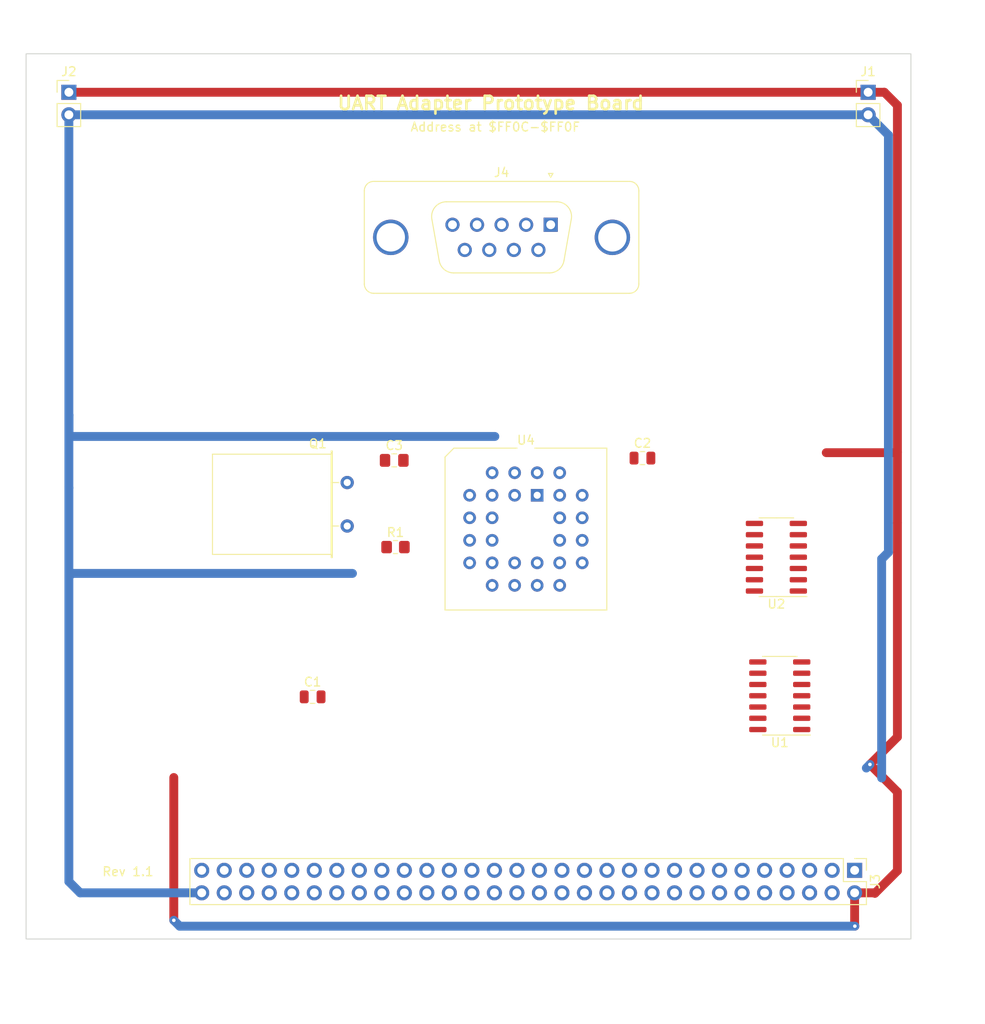
<source format=kicad_pcb>
(kicad_pcb (version 20221018) (generator pcbnew)
  (layers (0 "F.Cu" signal) (31 "B.Cu" signal) (34 "B.Paste" user) (35 "F.Paste" user) (36 "B.SilkS" user "B.Silkscreen") (37 "F.SilkS" user "F.Silkscreen") (38 "B.Mask" user) (39 "F.Mask" user) (44 "Edge.Cuts" user))
  (net 0 "")
  (net 1 "+5V")
  (net 2 "GND")
  (net 3 "XTLI")
  (net 5 "Clock24")
  (net 6 "Clock3")
  (net 8 "Clock6")
  (net 9 "~{E}")
  (net 10 "E")
  (net 11 "~{Q}")
  (net 12 "Q")
  (net 13 "D0")
  (net 14 "A0")
  (net 15 "D1")
  (net 16 "A1")
  (net 17 "D2")
  (net 18 "A2")
  (net 19 "D3")
  (net 20 "A3")
  (net 21 "D4")
  (net 22 "A4")
  (net 23 "D5")
  (net 24 "A5")
  (net 25 "D6")
  (net 26 "A6")
  (net 27 "D7")
  (net 28 "A7")
  (net 29 "MAPPED_MEM")
  (net 30 "A8")
  (net 31 "ROM{slash}~{RAM}")
  (net 32 "A9")
  (net 33 "Q1")
  (net 34 "A10")
  (net 35 "Q2")
  (net 36 "A11")
  (net 37 "Q3")
  (net 38 "A12")
  (net 39 "Q4")
  (net 40 "A13")
  (net 41 "Q5")
  (net 42 "A14")
  (net 43 "Q6")
  (net 44 "A15")
  (net 45 "Q7")
  (net 47 "Q8")
  (net 48 "~{RESET}")
  (net 49 "~{DMA}")
  (net 50 "~{NMI}")
  (net 51 "R{slash}~{W}")
  (net 52 "~{FIRQ}")
  (net 53 "~{HALT}")
  (net 54 "~{IRQ}")
  (net 56 "BA")
  (net 57 "MRDY")
  (net 58 "BS")
  (net 62 "~{DCD}")
  (net 63 "RxD")
  (net 64 "TxD")
  (net 65 "~{DTR}")
  (net 66 "~{DSR}")
  (net 67 "~{RTS}")
  (net 68 "~{CTS}")
  (net 70 "XTLO")
  (net 77 "Net-(U1-Pad10)")
  (net 78 "Net-(U1-Pad13)")
  (net 79 "Net-(U2-Pad12)")
  (net 80 "~{CS1}")
  (footprint "Package_SO:SO-14_3.9x8.65mm_P1.27mm" (layer "F.Cu") (at 176.592 101.473 180)
    (fp_text reference "U2" (at 0 -5.28) (layer "F.SilkS"))
    (fp_text value "74HC21")
    (fp_line (start 0 -4.435) (end -3.45 -4.435) (stroke (width 0.12)) (layer "F.SilkS"))
    (fp_line (start 0 -4.435) (end 1.95 -4.435) (stroke (width 0.12)) (layer "F.SilkS"))
    (fp_line (start 0 4.435) (end -1.95 4.435) (stroke (width 0.12)) (layer "F.SilkS"))
    (fp_line (start 0 4.435) (end 1.95 4.435) (stroke (width 0.12)) (layer "F.SilkS"))
    (pad "1" smd roundrect (at -2.475 -3.81 180) (size 1.95 0.6) (layers "F.Cu" "F.Paste" "F.Mask") (net 77 "Net-(U1-Pad10)"))
    (pad "2" smd roundrect (at -2.475 -2.54 180) (size 1.95 0.6) (layers "F.Cu" "F.Paste" "F.Mask") (net 1 "+5V"))
    (pad "3" smd roundrect (at -2.475 -1.27 180) (size 1.95 0.6) (layers "F.Cu" "F.Paste" "F.Mask"))
    (pad "4" smd roundrect (at -2.475 0 180) (size 1.95 0.6) (layers "F.Cu" "F.Paste" "F.Mask") (net 1 "+5V"))
    (pad "5" smd roundrect (at -2.475 1.27 180) (size 1.95 0.6) (layers "F.Cu" "F.Paste" "F.Mask") (net 78 "Net-(U1-Pad13)"))
    (pad "6" smd roundrect (at -2.475 2.54 180) (size 1.95 0.6) (layers "F.Cu" "F.Paste" "F.Mask") (net 79 "Net-(U2-Pad12)"))
    (pad "7" smd roundrect (at -2.475 3.81 180) (size 1.95 0.6) (layers "F.Cu" "F.Paste" "F.Mask") (net 2 "GND"))
    (pad "8" smd roundrect (at 2.475 3.81 180) (size 1.95 0.6) (layers "F.Cu" "F.Paste" "F.Mask") (net 80 "~{CS1}"))
    (pad "9" smd roundrect (at 2.475 2.54 180) (size 1.95 0.6) (layers "F.Cu" "F.Paste" "F.Mask") (net 18 "A2"))
    (pad "10" smd roundrect (at 2.475 1.27 180) (size 1.95 0.6) (layers "F.Cu" "F.Paste" "F.Mask") (net 20 "A3"))
    (pad "11" smd roundrect (at 2.475 0 180) (size 1.95 0.6) (layers "F.Cu" "F.Paste" "F.Mask"))
    (pad "12" smd roundrect (at 2.475 -1.27 180) (size 1.95 0.6) (layers "F.Cu" "F.Paste" "F.Mask") (net 79 "Net-(U2-Pad12)"))
    (pad "13" smd roundrect (at 2.475 -2.54 180) (size 1.95 0.6) (layers "F.Cu" "F.Paste" "F.Mask") (net 29 "MAPPED_MEM"))
    (pad "14" smd roundrect (at 2.475 -3.81 180) (size 1.95 0.6) (layers "F.Cu" "F.Paste" "F.Mask") (net 1 "+5V"))
  )
  (footprint "Package_LCC:PLCC-28_THT-Socket" (layer "F.Cu") (at 149.606 94.488)
    (fp_text reference "U4" (at -1.27 -6.215) (layer "F.SilkS"))
    (fp_text value "R65C51")
    (fp_line (start -10.395 -4.315) (end -10.395 12.935) (stroke (width 0.12)) (layer "F.SilkS"))
    (fp_line (start -10.395 12.935) (end 7.855 12.935) (stroke (width 0.12)) (layer "F.SilkS"))
    (fp_line (start -9.395 -5.315) (end -10.395 -4.315) (stroke (width 0.12)) (layer "F.SilkS"))
    (fp_line (start -2.27 -5.315) (end -9.395 -5.315) (stroke (width 0.12)) (layer "F.SilkS"))
    (fp_line (start 7.855 -5.315) (end -0.27 -5.315) (stroke (width 0.12)) (layer "F.SilkS"))
    (fp_line (start 7.855 12.935) (end 7.855 -5.315) (stroke (width 0.12)) (layer "F.SilkS"))
    (pad "1" thru_hole rect (at 0 0) (size 1.4224 1.4224) (drill 0.8) (layers "*.Cu" "*.Mask") (net 2 "GND"))
    (pad "2" thru_hole circle (at -2.54 -2.54) (size 1.4224 1.4224) (drill 0.8) (layers "*.Cu" "*.Mask") (net 1 "+5V"))
    (pad "3" thru_hole circle (at -2.54 0) (size 1.4224 1.4224) (drill 0.8) (layers "*.Cu" "*.Mask") (net 80 "~{CS1}"))
    (pad "4" thru_hole circle (at -5.08 -2.54) (size 1.4224 1.4224) (drill 0.8) (layers "*.Cu" "*.Mask") (net 48 "~{RESET}"))
    (pad "5" thru_hole circle (at -7.62 0) (size 1.4224 1.4224) (drill 0.8) (layers "*.Cu" "*.Mask"))
    (pad "6" thru_hole circle (at -5.08 0) (size 1.4224 1.4224) (drill 0.8) (layers "*.Cu" "*.Mask") (net 3 "XTLI"))
    (pad "7" thru_hole circle (at -7.62 2.54) (size 1.4224 1.4224) (drill 0.8) (layers "*.Cu" "*.Mask") (net 70 "XTLO"))
    (pad "8" thru_hole circle (at -5.08 2.54) (size 1.4224 1.4224) (drill 0.8) (layers "*.Cu" "*.Mask") (net 67 "~{RTS}"))
    (pad "9" thru_hole circle (at -7.62 5.08) (size 1.4224 1.4224) (drill 0.8) (layers "*.Cu" "*.Mask") (net 68 "~{CTS}"))
    (pad "10" thru_hole circle (at -5.08 5.08) (size 1.4224 1.4224) (drill 0.8) (layers "*.Cu" "*.Mask") (net 64 "TxD"))
    (pad "11" thru_hole circle (at -7.62 7.62) (size 1.4224 1.4224) (drill 0.8) (layers "*.Cu" "*.Mask") (net 65 "~{DTR}"))
    (pad "12" thru_hole circle (at -5.08 10.16) (size 1.4224 1.4224) (drill 0.8) (layers "*.Cu" "*.Mask") (net 63 "RxD"))
    (pad "13" thru_hole circle (at -5.08 7.62) (size 1.4224 1.4224) (drill 0.8) (layers "*.Cu" "*.Mask") (net 14 "A0"))
    (pad "14" thru_hole circle (at -2.54 10.16) (size 1.4224 1.4224) (drill 0.8) (layers "*.Cu" "*.Mask") (net 16 "A1"))
    (pad "15" thru_hole circle (at -2.54 7.62) (size 1.4224 1.4224) (drill 0.8) (layers "*.Cu" "*.Mask") (net 1 "+5V"))
    (pad "16" thru_hole circle (at 0 10.16) (size 1.4224 1.4224) (drill 0.8) (layers "*.Cu" "*.Mask") (net 62 "~{DCD}"))
    (pad "17" thru_hole circle (at 0 7.62) (size 1.4224 1.4224) (drill 0.8) (layers "*.Cu" "*.Mask") (net 66 "~{DSR}"))
    (pad "18" thru_hole circle (at 2.54 10.16) (size 1.4224 1.4224) (drill 0.8) (layers "*.Cu" "*.Mask") (net 13 "D0"))
    (pad "19" thru_hole circle (at 5.08 7.62) (size 1.4224 1.4224) (drill 0.8) (layers "*.Cu" "*.Mask") (net 15 "D1"))
    (pad "20" thru_hole circle (at 2.54 7.62) (size 1.4224 1.4224) (drill 0.8) (layers "*.Cu" "*.Mask") (net 17 "D2"))
    (pad "21" thru_hole circle (at 5.08 5.08) (size 1.4224 1.4224) (drill 0.8) (layers "*.Cu" "*.Mask") (net 19 "D3"))
    (pad "22" thru_hole circle (at 2.54 5.08) (size 1.4224 1.4224) (drill 0.8) (layers "*.Cu" "*.Mask") (net 21 "D4"))
    (pad "23" thru_hole circle (at 5.08 2.54) (size 1.4224 1.4224) (drill 0.8) (layers "*.Cu" "*.Mask") (net 23 "D5"))
    (pad "24" thru_hole circle (at 2.54 2.54) (size 1.4224 1.4224) (drill 0.8) (layers "*.Cu" "*.Mask") (net 25 "D6"))
    (pad "25" thru_hole circle (at 5.08 0) (size 1.4224 1.4224) (drill 0.8) (layers "*.Cu" "*.Mask") (net 27 "D7"))
    (pad "26" thru_hole circle (at 2.54 -2.54) (size 1.4224 1.4224) (drill 0.8) (layers "*.Cu" "*.Mask") (net 54 "~{IRQ}"))
    (pad "27" thru_hole circle (at 2.54 0) (size 1.4224 1.4224) (drill 0.8) (layers "*.Cu" "*.Mask") (net 10 "E"))
    (pad "28" thru_hole circle (at 0 -2.54) (size 1.4224 1.4224) (drill 0.8) (layers "*.Cu" "*.Mask") (net 51 "R{slash}~{W}"))
  )
  (footprint "Package_SO:SO-14_3.9x8.65mm_P1.27mm" (layer "F.Cu") (at 176.976 117.094 180)
    (fp_text reference "U1" (at 0 -5.28) (layer "F.SilkS"))
    (fp_text value "74HC02")
    (fp_line (start 0 -4.435) (end -3.45 -4.435) (stroke (width 0.12)) (layer "F.SilkS"))
    (fp_line (start 0 -4.435) (end 1.95 -4.435) (stroke (width 0.12)) (layer "F.SilkS"))
    (fp_line (start 0 4.435) (end -1.95 4.435) (stroke (width 0.12)) (layer "F.SilkS"))
    (fp_line (start 0 4.435) (end 1.95 4.435) (stroke (width 0.12)) (layer "F.SilkS"))
    (pad "1" smd roundrect (at -2.475 -3.81 180) (size 1.95 0.6) (layers "F.Cu" "F.Paste" "F.Mask"))
    (pad "2" smd roundrect (at -2.475 -2.54 180) (size 1.95 0.6) (layers "F.Cu" "F.Paste" "F.Mask"))
    (pad "3" smd roundrect (at -2.475 -1.27 180) (size 1.95 0.6) (layers "F.Cu" "F.Paste" "F.Mask"))
    (pad "4" smd roundrect (at -2.475 0 180) (size 1.95 0.6) (layers "F.Cu" "F.Paste" "F.Mask"))
    (pad "5" smd roundrect (at -2.475 1.27 180) (size 1.95 0.6) (layers "F.Cu" "F.Paste" "F.Mask"))
    (pad "6" smd roundrect (at -2.475 2.54 180) (size 1.95 0.6) (layers "F.Cu" "F.Paste" "F.Mask"))
    (pad "7" smd roundrect (at -2.475 3.81 180) (size 1.95 0.6) (layers "F.Cu" "F.Paste" "F.Mask") (net 2 "GND"))
    (pad "8" smd roundrect (at 2.475 3.81 180) (size 1.95 0.6) (layers "F.Cu" "F.Paste" "F.Mask") (net 22 "A4"))
    (pad "9" smd roundrect (at 2.475 2.54 180) (size 1.95 0.6) (layers "F.Cu" "F.Paste" "F.Mask") (net 24 "A5"))
    (pad "10" smd roundrect (at 2.475 1.27 180) (size 1.95 0.6) (layers "F.Cu" "F.Paste" "F.Mask") (net 77 "Net-(U1-Pad10)"))
    (pad "11" smd roundrect (at 2.475 0 180) (size 1.95 0.6) (layers "F.Cu" "F.Paste" "F.Mask") (net 26 "A6"))
    (pad "12" smd roundrect (at 2.475 -1.27 180) (size 1.95 0.6) (layers "F.Cu" "F.Paste" "F.Mask") (net 28 "A7"))
    (pad "13" smd roundrect (at 2.475 -2.54 180) (size 1.95 0.6) (layers "F.Cu" "F.Paste" "F.Mask") (net 78 "Net-(U1-Pad13)"))
    (pad "14" smd roundrect (at 2.475 -3.81 180) (size 1.95 0.6) (layers "F.Cu" "F.Paste" "F.Mask") (net 1 "+5V"))
  )
  (footprint "Connector_PinHeader_2.54mm:PinHeader_1x02_P2.54mm_Vertical" (layer "F.Cu") (at 186.944 49.0458)
    (fp_text reference "J1" (at 0 -2.33) (layer "F.SilkS"))
    (fp_text value "Conn_01x02_Male")
    (fp_line (start -1.33 -1.33) (end 0 -1.33) (stroke (width 0.12)) (layer "F.SilkS"))
    (fp_line (start -1.33 0) (end -1.33 -1.33) (stroke (width 0.12)) (layer "F.SilkS"))
    (fp_line (start -1.33 1.27) (end -1.33 3.87) (stroke (width 0.12)) (layer "F.SilkS"))
    (fp_line (start -1.33 1.27) (end 1.33 1.27) (stroke (width 0.12)) (layer "F.SilkS"))
    (fp_line (start -1.33 3.87) (end 1.33 3.87) (stroke (width 0.12)) (layer "F.SilkS"))
    (fp_line (start 1.33 1.27) (end 1.33 3.87) (stroke (width 0.12)) (layer "F.SilkS"))
    (pad "1" thru_hole rect (at 0 0) (size 1.7 1.7) (drill 1) (layers "*.Cu" "*.Mask") (net 1 "+5V"))
    (pad "2" thru_hole oval (at 0 2.54) (size 1.7 1.7) (drill 1) (layers "*.Cu" "*.Mask") (net 2 "GND"))
  )
  (footprint "Connector_PinHeader_2.54mm:PinHeader_1x02_P2.54mm_Vertical" (layer "F.Cu") (at 96.774 49.0458)
    (fp_text reference "J2" (at 0 -2.33) (layer "F.SilkS"))
    (fp_text value "Conn_01x02_Male")
    (fp_line (start -1.33 -1.33) (end 0 -1.33) (stroke (width 0.12)) (layer "F.SilkS"))
    (fp_line (start -1.33 0) (end -1.33 -1.33) (stroke (width 0.12)) (layer "F.SilkS"))
    (fp_line (start -1.33 1.27) (end -1.33 3.87) (stroke (width 0.12)) (layer "F.SilkS"))
    (fp_line (start -1.33 1.27) (end 1.33 1.27) (stroke (width 0.12)) (layer "F.SilkS"))
    (fp_line (start -1.33 3.87) (end 1.33 3.87) (stroke (width 0.12)) (layer "F.SilkS"))
    (fp_line (start 1.33 1.27) (end 1.33 3.87) (stroke (width 0.12)) (layer "F.SilkS"))
    (pad "1" thru_hole rect (at 0 0) (size 1.7 1.7) (drill 1) (layers "*.Cu" "*.Mask") (net 1 "+5V"))
    (pad "2" thru_hole oval (at 0 2.54) (size 1.7 1.7) (drill 1) (layers "*.Cu" "*.Mask") (net 2 "GND"))
  )
  (footprint "Connector_Dsub:DSUB-9_Female_Vertical_P2.77x2.84mm_MountingHoles" (layer "F.Cu") (at 151.13 63.985)
    (fp_text reference "J4" (at -5.54 -5.89) (layer "F.SilkS"))
    (fp_text value "DE9_Receptacle_MountingHoles")
    (fp_line (start -21.025 6.67) (end -21.025 -3.83) (stroke (width 0.12)) (layer "F.SilkS"))
    (fp_line (start -19.965 -4.89) (end 8.885 -4.89) (stroke (width 0.12)) (layer "F.SilkS"))
    (fp_line (start -13.40647 -0.641744) (end -12.577733 4.058256) (stroke (width 0.12)) (layer "F.SilkS"))
    (fp_line (start -11.771689 -2.59) (end 0.691689 -2.59) (stroke (width 0.12)) (layer "F.SilkS"))
    (fp_line (start -10.942952 5.43) (end -0.137048 5.43) (stroke (width 0.12)) (layer "F.SilkS"))
    (fp_line (start -0.25 -5.784338) (end 0.25 -5.784338) (stroke (width 0.12)) (layer "F.SilkS"))
    (fp_line (start 0 -5.351325) (end -0.25 -5.784338) (stroke (width 0.12)) (layer "F.SilkS"))
    (fp_line (start 0.25 -5.784338) (end 0 -5.351325) (stroke (width 0.12)) (layer "F.SilkS"))
    (fp_line (start 2.32647 -0.641744) (end 1.497733 4.058256) (stroke (width 0.12)) (layer "F.SilkS"))
    (fp_line (start 8.885 7.73) (end -19.965 7.73) (stroke (width 0.12)) (layer "F.SilkS"))
    (fp_line (start 9.945 -3.83) (end 9.945 6.67) (stroke (width 0.12)) (layer "F.SilkS"))
    (fp_arc (start -21.025 -3.83) (mid -20.714533 -4.579533) (end -19.965 -4.89) (stroke (width 0.12)) (layer "F.SilkS"))
    (fp_arc (start -19.965 7.73) (mid -20.714533 7.419533) (end -21.025 6.67) (stroke (width 0.12)) (layer "F.SilkS"))
    (fp_arc (start -13.40647 -0.641744) (mid -13.043323 -1.997028) (end -11.771689 -2.59) (stroke (width 0.12)) (layer "F.SilkS"))
    (fp_arc (start -10.942952 5.43) (mid -12.00998 5.041634) (end -12.577733 4.058256) (stroke (width 0.12)) (layer "F.SilkS"))
    (fp_arc (start 0.691689 -2.59) (mid 1.963324 -1.997028) (end 2.32647 -0.641744) (stroke (width 0.12)) (layer "F.SilkS"))
    (fp_arc (start 1.497733 4.058256) (mid 0.92998 5.041634) (end -0.137048 5.43) (stroke (width 0.12)) (layer "F.SilkS"))
    (fp_arc (start 8.885 -4.89) (mid 9.634533 -4.579533) (end 9.945 -3.83) (stroke (width 0.12)) (layer "F.SilkS"))
    (fp_arc (start 9.945 6.67) (mid 9.634533 7.419533) (end 8.885 7.73) (stroke (width 0.12)) (layer "F.SilkS"))
    (pad "0" thru_hole circle (at -18.04 1.42) (size 4 4) (drill 3.2) (layers "*.Cu" "*.Mask") (net 2 "GND"))
    (pad "0" thru_hole circle (at 6.96 1.42) (size 4 4) (drill 3.2) (layers "*.Cu" "*.Mask") (net 2 "GND"))
    (pad "1" thru_hole rect (at 0 0) (size 1.6 1.6) (drill 1) (layers "*.Cu" "*.Mask") (net 62 "~{DCD}"))
    (pad "2" thru_hole circle (at -2.77 0) (size 1.6 1.6) (drill 1) (layers "*.Cu" "*.Mask") (net 63 "RxD"))
    (pad "3" thru_hole circle (at -5.54 0) (size 1.6 1.6) (drill 1) (layers "*.Cu" "*.Mask") (net 64 "TxD"))
    (pad "4" thru_hole circle (at -8.31 0) (size 1.6 1.6) (drill 1) (layers "*.Cu" "*.Mask") (net 65 "~{DTR}"))
    (pad "5" thru_hole circle (at -11.08 0) (size 1.6 1.6) (drill 1) (layers "*.Cu" "*.Mask") (net 2 "GND"))
    (pad "6" thru_hole circle (at -1.385 2.84) (size 1.6 1.6) (drill 1) (layers "*.Cu" "*.Mask") (net 66 "~{DSR}"))
    (pad "7" thru_hole circle (at -4.155 2.84) (size 1.6 1.6) (drill 1) (layers "*.Cu" "*.Mask") (net 67 "~{RTS}"))
    (pad "8" thru_hole circle (at -6.925 2.84) (size 1.6 1.6) (drill 1) (layers "*.Cu" "*.Mask") (net 68 "~{CTS}"))
    (pad "9" thru_hole circle (at -9.695 2.84) (size 1.6 1.6) (drill 1) (layers "*.Cu" "*.Mask"))
  )
  (footprint "Resistor_SMD:R_0805_2012Metric_Pad1.20x1.40mm_HandSolder" (layer "F.Cu") (at 133.62 100.33)
    (fp_text reference "R1" (at 0 -1.65) (layer "F.SilkS"))
    (fp_text value "1M")
    (fp_line (start -0.227064 -0.735) (end 0.227064 -0.735) (stroke (width 0.12)) (layer "F.SilkS"))
    (fp_line (start -0.227064 0.735) (end 0.227064 0.735) (stroke (width 0.12)) (layer "F.SilkS"))
    (pad "1" smd roundrect (at -1 0) (size 1.2 1.4) (layers "F.Cu" "F.Paste" "F.Mask") (roundrect_rratio 0.208333) (net 70 "XTLO"))
    (pad "2" smd roundrect (at 1 0) (size 1.2 1.4) (layers "F.Cu" "F.Paste" "F.Mask") (roundrect_rratio 0.208333) (net 3 "XTLI"))
  )
  (footprint "Capacitor_SMD:C_0805_2012Metric" (layer "F.Cu") (at 161.483 90.297)
    (fp_text reference "C2" (at 0 -1.68) (layer "F.SilkS"))
    (fp_text value "1uF")
    (fp_line (start -0.261252 -0.735) (end 0.261252 -0.735) (stroke (width 0.12)) (layer "F.SilkS"))
    (fp_line (start -0.261252 0.735) (end 0.261252 0.735) (stroke (width 0.12)) (layer "F.SilkS"))
    (pad "1" smd roundrect (at -0.95 0) (size 1 1.45) (layers "F.Cu" "F.Paste" "F.Mask") (net 1 "+5V"))
    (pad "2" smd roundrect (at 0.95 0) (size 1 1.45) (layers "F.Cu" "F.Paste" "F.Mask") (net 2 "GND"))
  )
  (footprint "Capacitor_SMD:C_0805_2012Metric_Pad1.18x1.45mm_HandSolder" (layer "F.Cu") (at 133.477 90.551)
    (fp_text reference "C3" (at 0 -1.68) (layer "F.SilkS"))
    (fp_text value "30pF")
    (fp_line (start -0.261252 -0.735) (end 0.261252 -0.735) (stroke (width 0.12)) (layer "F.SilkS"))
    (fp_line (start -0.261252 0.735) (end 0.261252 0.735) (stroke (width 0.12)) (layer "F.SilkS"))
    (pad "1" smd roundrect (at -1.0375 0) (size 1.175 1.45) (layers "F.Cu" "F.Paste" "F.Mask") (roundrect_rratio 0.212766) (net 2 "GND"))
    (pad "2" smd roundrect (at 1.0375 0) (size 1.175 1.45) (layers "F.Cu" "F.Paste" "F.Mask") (roundrect_rratio 0.212766) (net 3 "XTLI"))
  )
  (footprint "Capacitor_SMD:C_0805_2012Metric" (layer "F.Cu") (at 124.272 117.221)
    (fp_text reference "C1" (at 0 -1.68) (layer "F.SilkS"))
    (fp_text value "1uF")
    (fp_line (start -0.261252 -0.735) (end 0.261252 -0.735) (stroke (width 0.12)) (layer "F.SilkS"))
    (fp_line (start -0.261252 0.735) (end 0.261252 0.735) (stroke (width 0.12)) (layer "F.SilkS"))
    (pad "1" smd roundrect (at -0.95 0) (size 1 1.45) (layers "F.Cu" "F.Paste" "F.Mask") (net 1 "+5V"))
    (pad "2" smd roundrect (at 0.95 0) (size 1 1.45) (layers "F.Cu" "F.Paste" "F.Mask") (net 2 "GND"))
  )
  (footprint "Connector_PinHeader_2.54mm:PinHeader_2x30_P2.54mm_Vertical" (layer "F.Cu") (at 185.42 136.7774 -90)
    (fp_text reference "J3" (at 1.27 -2.33 90) (layer "F.SilkS"))
    (fp_text value "Conn_02x30_Odd_Even")
    (fp_line (start -1.33 -1.33) (end 0 -1.33) (stroke (width 0.12)) (layer "F.SilkS"))
    (fp_line (start -1.33 0) (end -1.33 -1.33) (stroke (width 0.12)) (layer "F.SilkS"))
    (fp_line (start -1.33 1.27) (end -1.33 74.99) (stroke (width 0.12)) (layer "F.SilkS"))
    (fp_line (start -1.33 1.27) (end 1.27 1.27) (stroke (width 0.12)) (layer "F.SilkS"))
    (fp_line (start -1.33 74.99) (end 3.87 74.99) (stroke (width 0.12)) (layer "F.SilkS"))
    (fp_line (start 1.27 -1.33) (end 3.87 -1.33) (stroke (width 0.12)) (layer "F.SilkS"))
    (fp_line (start 1.27 1.27) (end 1.27 -1.33) (stroke (width 0.12)) (layer "F.SilkS"))
    (fp_line (start 3.87 -1.33) (end 3.87 74.99) (stroke (width 0.12)) (layer "F.SilkS"))
    (pad "1" thru_hole rect (at 0 0 270) (size 1.7 1.7) (drill 1) (layers "*.Cu" "*.Mask"))
    (pad "2" thru_hole oval (at 2.54 0 270) (size 1.7 1.7) (drill 1) (layers "*.Cu" "*.Mask") (net 1 "+5V"))
    (pad "3" thru_hole oval (at 0 2.54 270) (size 1.7 1.7) (drill 1) (layers "*.Cu" "*.Mask") (net 5 "Clock24"))
    (pad "4" thru_hole oval (at 2.54 2.54 270) (size 1.7 1.7) (drill 1) (layers "*.Cu" "*.Mask") (net 6 "Clock3"))
    (pad "5" thru_hole oval (at 0 5.08 270) (size 1.7 1.7) (drill 1) (layers "*.Cu" "*.Mask"))
    (pad "6" thru_hole oval (at 2.54 5.08 270) (size 1.7 1.7) (drill 1) (layers "*.Cu" "*.Mask") (net 8 "Clock6"))
    (pad "7" thru_hole oval (at 0 7.62 270) (size 1.7 1.7) (drill 1) (layers "*.Cu" "*.Mask") (net 9 "~{E}"))
    (pad "8" thru_hole oval (at 2.54 7.62 270) (size 1.7 1.7) (drill 1) (layers "*.Cu" "*.Mask") (net 10 "E"))
    (pad "9" thru_hole oval (at 0 10.16 270) (size 1.7 1.7) (drill 1) (layers "*.Cu" "*.Mask") (net 11 "~{Q}"))
    (pad "10" thru_hole oval (at 2.54 10.16 270) (size 1.7 1.7) (drill 1) (layers "*.Cu" "*.Mask") (net 12 "Q"))
    (pad "11" thru_hole oval (at 0 12.7 270) (size 1.7 1.7) (drill 1) (layers "*.Cu" "*.Mask") (net 13 "D0"))
    (pad "12" thru_hole oval (at 2.54 12.7 270) (size 1.7 1.7) (drill 1) (layers "*.Cu" "*.Mask") (net 14 "A0"))
    (pad "13" thru_hole oval (at 0 15.24 270) (size 1.7 1.7) (drill 1) (layers "*.Cu" "*.Mask") (net 15 "D1"))
    (pad "14" thru_hole oval (at 2.54 15.24 270) (size 1.7 1.7) (drill 1) (layers "*.Cu" "*.Mask") (net 16 "A1"))
    (pad "15" thru_hole oval (at 0 17.78 270) (size 1.7 1.7) (drill 1) (layers "*.Cu" "*.Mask") (net 17 "D2"))
    (pad "16" thru_hole oval (at 2.54 17.78 270) (size 1.7 1.7) (drill 1) (layers "*.Cu" "*.Mask") (net 18 "A2"))
    (pad "17" thru_hole oval (at 0 20.32 270) (size 1.7 1.7) (drill 1) (layers "*.Cu" "*.Mask") (net 19 "D3"))
    (pad "18" thru_hole oval (at 2.54 20.32 270) (size 1.7 1.7) (drill 1) (layers "*.Cu" "*.Mask") (net 20 "A3"))
    (pad "19" thru_hole oval (at 0 22.86 270) (size 1.7 1.7) (drill 1) (layers "*.Cu" "*.Mask") (net 21 "D4"))
    (pad "20" thru_hole oval (at 2.54 22.86 270) (size 1.7 1.7) (drill 1) (layers "*.Cu" "*.Mask") (net 22 "A4"))
    (pad "21" thru_hole oval (at 0 25.4 270) (size 1.7 1.7) (drill 1) (layers "*.Cu" "*.Mask") (net 23 "D5"))
    (pad "22" thru_hole oval (at 2.54 25.4 270) (size 1.7 1.7) (drill 1) (layers "*.Cu" "*.Mask") (net 24 "A5"))
    (pad "23" thru_hole oval (at 0 27.94 270) (size 1.7 1.7) (drill 1) (layers "*.Cu" "*.Mask") (net 25 "D6"))
    (pad "24" thru_hole oval (at 2.54 27.94 270) (size 1.7 1.7) (drill 1) (layers "*.Cu" "*.Mask") (net 26 "A6"))
    (pad "25" thru_hole oval (at 0 30.48 270) (size 1.7 1.7) (drill 1) (layers "*.Cu" "*.Mask") (net 27 "D7"))
    (pad "26" thru_hole oval (at 2.54 30.48 270) (size 1.7 1.7) (drill 1) (layers "*.Cu" "*.Mask") (net 28 "A7"))
    (pad "27" thru_hole oval (at 0 33.02 270) (size 1.7 1.7) (drill 1) (layers "*.Cu" "*.Mask") (net 29 "MAPPED_MEM"))
    (pad "28" thru_hole oval (at 2.54 33.02 270) (size 1.7 1.7) (drill 1) (layers "*.Cu" "*.Mask") (net 30 "A8"))
    (pad "29" thru_hole oval (at 0 35.56 270) (size 1.7 1.7) (drill 1) (layers "*.Cu" "*.Mask") (net 31 "ROM{slash}~{RAM}"))
    (pad "30" thru_hole oval (at 2.54 35.56 270) (size 1.7 1.7) (drill 1) (layers "*.Cu" "*.Mask") (net 32 "A9"))
    (pad "31" thru_hole oval (at 0 38.1 270) (size 1.7 1.7) (drill 1) (layers "*.Cu" "*.Mask") (net 33 "Q1"))
    (pad "32" thru_hole oval (at 2.54 38.1 270) (size 1.7 1.7) (drill 1) (layers "*.Cu" "*.Mask") (net 34 "A10"))
    (pad "33" thru_hole oval (at 0 40.64 270) (size 1.7 1.7) (drill 1) (layers "*.Cu" "*.Mask") (net 35 "Q2"))
    (pad "34" thru_hole oval (at 2.54 40.64 270) (size 1.7 1.7) (drill 1) (layers "*.Cu" "*.Mask") (net 36 "A11"))
    (pad "35" thru_hole oval (at 0 43.18 270) (size 1.7 1.7) (drill 1) (layers "*.Cu" "*.Mask") (net 37 "Q3"))
    (pad "36" thru_hole oval (at 2.54 43.18 270) (size 1.7 1.7) (drill 1) (layers "*.Cu" "*.Mask") (net 38 "A12"))
    (pad "37" thru_hole oval (at 0 45.72 270) (size 1.7 1.7) (drill 1) (layers "*.Cu" "*.Mask") (net 39 "Q4"))
    (pad "38" thru_hole oval (at 2.54 45.72 270) (size 1.7 1.7) (drill 1) (layers "*.Cu" "*.Mask") (net 40 "A13"))
    (pad "39" thru_hole oval (at 0 48.26 270) (size 1.7 1.7) (drill 1) (layers "*.Cu" "*.Mask") (net 41 "Q5"))
    (pad "40" thru_hole oval (at 2.54 48.26 270) (size 1.7 1.7) (drill 1) (layers "*.Cu" "*.Mask") (net 42 "A14"))
    (pad "41" thru_hole oval (at 0 50.8 270) (size 1.7 1.7) (drill 1) (layers "*.Cu" "*.Mask") (net 43 "Q6"))
    (pad "42" thru_hole oval (at 2.54 50.8 270) (size 1.7 1.7) (drill 1) (layers "*.Cu" "*.Mask") (net 44 "A15"))
    (pad "43" thru_hole oval (at 0 53.34 270) (size 1.7 1.7) (drill 1) (layers "*.Cu" "*.Mask") (net 45 "Q7"))
    (pad "44" thru_hole oval (at 2.54 53.34 270) (size 1.7 1.7) (drill 1) (layers "*.Cu" "*.Mask"))
    (pad "45" thru_hole oval (at 0 55.88 270) (size 1.7 1.7) (drill 1) (layers "*.Cu" "*.Mask") (net 47 "Q8"))
    (pad "46" thru_hole oval (at 2.54 55.88 270) (size 1.7 1.7) (drill 1) (layers "*.Cu" "*.Mask") (net 48 "~{RESET}"))
    (pad "47" thru_hole oval (at 0 58.42 270) (size 1.7 1.7) (drill 1) (layers "*.Cu" "*.Mask") (net 49 "~{DMA}"))
    (pad "48" thru_hole oval (at 2.54 58.42 270) (size 1.7 1.7) (drill 1) (layers "*.Cu" "*.Mask") (net 50 "~{NMI}"))
    (pad "49" thru_hole oval (at 0 60.96 270) (size 1.7 1.7) (drill 1) (layers "*.Cu" "*.Mask") (net 51 "R{slash}~{W}"))
    (pad "50" thru_hole oval (at 2.54 60.96 270) (size 1.7 1.7) (drill 1) (layers "*.Cu" "*.Mask") (net 52 "~{FIRQ}"))
    (pad "51" thru_hole oval (at 0 63.5 270) (size 1.7 1.7) (drill 1) (layers "*.Cu" "*.Mask") (net 53 "~{HALT}"))
    (pad "52" thru_hole oval (at 2.54 63.5 270) (size 1.7 1.7) (drill 1) (layers "*.Cu" "*.Mask") (net 54 "~{IRQ}"))
    (pad "53" thru_hole oval (at 0 66.04 270) (size 1.7 1.7) (drill 1) (layers "*.Cu" "*.Mask"))
    (pad "54" thru_hole oval (at 2.54 66.04 270) (size 1.7 1.7) (drill 1) (layers "*.Cu" "*.Mask") (net 56 "BA"))
    (pad "55" thru_hole oval (at 0 68.58 270) (size 1.7 1.7) (drill 1) (layers "*.Cu" "*.Mask") (net 57 "MRDY"))
    (pad "56" thru_hole oval (at 2.54 68.58 270) (size 1.7 1.7) (drill 1) (layers "*.Cu" "*.Mask") (net 58 "BS"))
    (pad "57" thru_hole oval (at 0 71.12 270) (size 1.7 1.7) (drill 1) (layers "*.Cu" "*.Mask"))
    (pad "58" thru_hole oval (at 2.54 71.12 270) (size 1.7 1.7) (drill 1) (layers "*.Cu" "*.Mask"))
    (pad "59" thru_hole oval (at 0 73.66 270) (size 1.7 1.7) (drill 1) (layers "*.Cu" "*.Mask"))
    (pad "60" thru_hole oval (at 2.54 73.66 270) (size 1.7 1.7) (drill 1) (layers "*.Cu" "*.Mask") (net 2 "GND"))
  )
  (footprint "Crystal:Crystal_HC18-U_Horizontal" (layer "F.Cu") (at 128.173 93.054 -90)
    (fp_text reference "Q1" (at -4.375 3.3125) (layer "F.SilkS"))
    (fp_text value "1.8432")
    (fp_line (start -3.55 1.68) (end 8.45 1.68) (stroke (width 0.12)) (layer "F.SilkS"))
    (fp_line (start -3.55 1.8) (end -3.55 1.68) (stroke (width 0.12)) (layer "F.SilkS"))
    (fp_line (start -3.2 1.8) (end -3.2 15.2) (stroke (width 0.12)) (layer "F.SilkS"))
    (fp_line (start -3.2 15.2) (end 8.1 15.2) (stroke (width 0.12)) (layer "F.SilkS"))
    (fp_line (start 0 0.95) (end 0 0.95) (stroke (width 0.12)) (layer "F.SilkS"))
    (fp_line (start 0 1.8) (end 0 0.95) (stroke (width 0.12)) (layer "F.SilkS"))
    (fp_line (start 4.9 0.95) (end 4.9 0.95) (stroke (width 0.12)) (layer "F.SilkS"))
    (fp_line (start 4.9 1.8) (end 4.9 0.95) (stroke (width 0.12)) (layer "F.SilkS"))
    (fp_line (start 8.1 1.8) (end -3.2 1.8) (stroke (width 0.12)) (layer "F.SilkS"))
    (fp_line (start 8.1 15.2) (end 8.1 1.8) (stroke (width 0.12)) (layer "F.SilkS"))
    (fp_line (start 8.45 1.68) (end 8.45 1.8) (stroke (width 0.12)) (layer "F.SilkS"))
    (fp_line (start 8.45 1.8) (end -3.55 1.8) (stroke (width 0.12)) (layer "F.SilkS"))
    (pad "1" thru_hole circle (at 0 0 270) (size 1.5 1.5) (drill 0.8) (layers "*.Cu" "*.Mask") (net 3 "XTLI"))
    (pad "2" thru_hole circle (at 4.9 0 270) (size 1.5 1.5) (drill 0.8) (layers "*.Cu" "*.Mask") (net 70 "XTLO"))
  )
  (gr_rect (start 91.948 44.704) (end 191.77 144.526) (stroke (width 0.1)) (fill none) (layer "Edge.Cuts"))
  (gr_text "Rev 1.1" (at 100.457 137.514) (layer "F.SilkS") (effects (font (size 1 1)) (justify left bottom)))
  (gr_text "UART Adapter Prototype Board" (at 144.3736 50.265) (layer "F.SilkS") (effects (font (size 1.5 1.5) (thickness 0.3))))
  (gr_text "Address at $FF0C-$FF0F" (at 144.8816 52.9574) (layer "F.SilkS") (effects (font (size 1 1))))
  (segment (start 185.4204 139.3178) (end 185.42 139.3174) (width 1) (layer "F.Cu") (net 1))
  (segment (start 96.774 49.0458) (end 186.944 49.0458) (width 1) (layer "F.Cu") (net 1))
  (segment (start 187.7064 139.3678) (end 187.6554 139.3178) (width 1) (layer "F.Cu") (net 1))
  (segment (start 190.1956 89.6858) (end 190.2464 89.635) (width 1) (layer "F.Cu") (net 1))
  (segment (start 182.2196 89.6858) (end 190.1956 89.6858) (width 1) (layer "F.Cu") (net 1))
  (segment (start 190.2464 89.635) (end 190.2464 97.6108) (width 1) (layer "F.Cu") (net 1))
  (segment (start 108.6104 126.3126) (end 108.6104 142.4162) (width 1) (layer "F.Cu") (net 1))
  (segment (start 190.2464 136.8278) (end 187.7064 139.3678) (width 1) (layer "F.Cu") (net 1))
  (segment (start 186.944 49.0458) (end 188.7724 49.0458) (width 1) (layer "F.Cu") (net 1))
  (segment (start 185.4204 143.0516) (end 185.4204 139.3178) (width 1) (layer "F.Cu") (net 1))
  (segment (start 190.2464 127.9378) (end 190.2464 136.8278) (width 1) (layer "F.Cu") (net 1))
  (segment (start 190.2464 97.6108) (end 190.2464 121.7408) (width 1) (layer "F.Cu") (net 1))
  (segment (start 187.6554 139.3178) (end 185.4204 139.3178) (width 1) (layer "F.Cu") (net 1))
  (segment (start 190.2464 121.7408) (end 187.1474 124.8398) (width 1) (layer "F.Cu") (net 1))
  (segment (start 190.2464 50.519) (end 190.2464 89.635) (width 1) (layer "F.Cu") (net 1))
  (segment (start 185.4454 143.0766) (end 185.4204 143.0516) (width 1) (layer "F.Cu") (net 1))
  (segment (start 187.1474 124.8398) (end 190.2464 127.9378) (width 1) (layer "F.Cu") (net 1))
  (segment (start 188.7724 49.0458) (end 190.2464 50.519) (width 1) (layer "F.Cu") (net 1))
  (via (at 185.4454 143.0766) (size 0.8) (drill 0.4) (layers "F.Cu" "B.Cu") (net 1))
  (via (at 108.6104 142.4162) (size 0.8) (drill 0.4) (layers "F.Cu" "B.Cu") (net 1))
  (via (at 187.1474 124.8398) (size 0.8) (drill 0.4) (layers "F.Cu" "B.Cu") (net 1))
  (segment (start 109.2708 143.0766) (end 185.4454 143.0766) (width 1) (layer "B.Cu") (net 1))
  (segment (start 186.7414 125.2458) (end 187.1474 124.8398) (width 1) (layer "B.Cu") (net 1))
  (segment (start 108.6104 142.4162) (end 109.2708 143.0766) (width 1) (layer "B.Cu") (net 1))
  (segment (start 111.76 139.3174) (end 111.76 139.3178) (width 1) (layer "B.Cu") (net 2))
  (segment (start 96.774 93.6482) (end 96.774 103.6558) (width 1) (layer "B.Cu") (net 2))
  (segment (start 189.2304 53.8718) (end 189.2304 100.9128) (width 1) (layer "B.Cu") (net 2))
  (segment (start 189.2304 100.9128) (end 188.4684 101.6748) (width 1) (layer "B.Cu") (net 2))
  (segment (start 96.774 103.6558) (end 96.774 138.0474) (width 1) (layer "B.Cu") (net 2))
  (segment (start 96.774 51.5858) (end 96.774 85.444) (width 1) (layer "B.Cu") (net 2))
  (segment (start 189.2304 100.9128) (end 188.4684 101.6748) (width 1) (layer "B.Cu") (net 2))
  (segment (start 186.944 51.5858) (end 186.9444 51.5858) (width 1) (layer "B.Cu") (net 2))
  (segment (start 96.774 85.444) (end 96.774 87.857) (width 1) (layer "B.Cu") (net 2))
  (segment (start 96.774 85.444) (end 96.774 93.6482) (width 1) (layer "B.Cu") (net 2))
  (segment (start 96.774 87.857) (end 144.8308 87.857) (width 1) (layer "B.Cu") (net 2))
  (segment (start 98.0444 139.3178) (end 111.76 139.3178) (width 1) (layer "B.Cu") (net 2))
  (segment (start 96.774 138.0474) (end 98.0444 139.3178) (width 1) (layer "B.Cu") (net 2))
  (segment (start 97.1296 103.3002) (end 96.774 103.6558) (width 1) (layer "B.Cu") (net 2))
  (segment (start 186.9444 51.5858) (end 189.2304 53.8718) (width 1) (layer "B.Cu") (net 2))
  (segment (start 96.774 51.5858) (end 186.944 51.5858) (width 1) (layer "B.Cu") (net 2))
  (segment (start 128.7678 103.3002) (end 97.1296 103.3002) (width 1) (layer "B.Cu") (net 2))
  (segment (start 188.4684 126.3638) (end 188.4684 101.6748) (width 1) (layer "B.Cu") (net 2))
  (segment (start 111.76 139.3178) (end 111.7604 139.3178) (width 1) (layer "B.Cu") (net 2))
)
</source>
